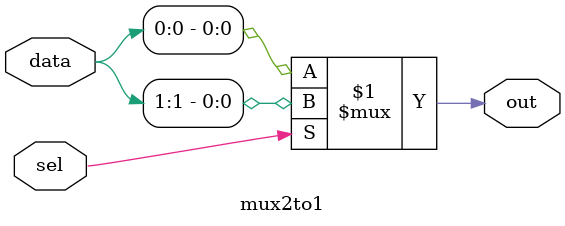
<source format=v>
module mux2to1(
    input [1:0] data,
    input sel,
    output out
);
    assign out = sel ? data[1] : data[0];
endmodule

</source>
